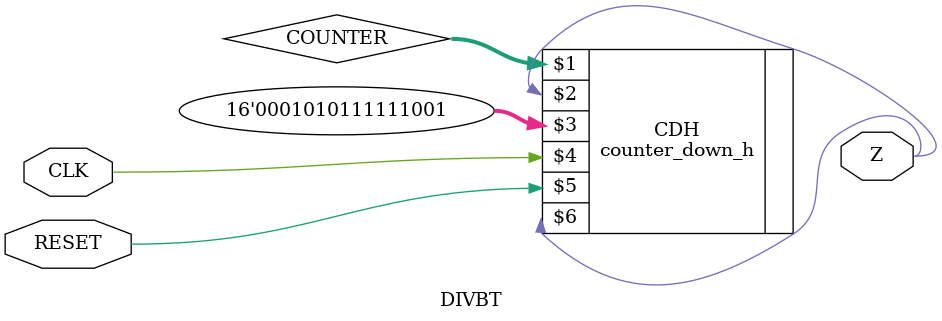
<source format=v>
module DIVBT (CLK, RESET, Z);
	parameter SIZE = 16; //implementacion 
	parameter K = 16'd5625; //implementacion BAUD 4800 a CLK de 27MHz
	//parameter SIZE = 2; //simulacion active
	//parameter K = 2’d3; //simulacion active
	output Z;
	input CLK, RESET;
	wire [SIZE-1:0] COUNTER;
	counter_down_h #(SIZE) CDH(COUNTER, Z, K, CLK, RESET, Z);	
endmodule

</source>
